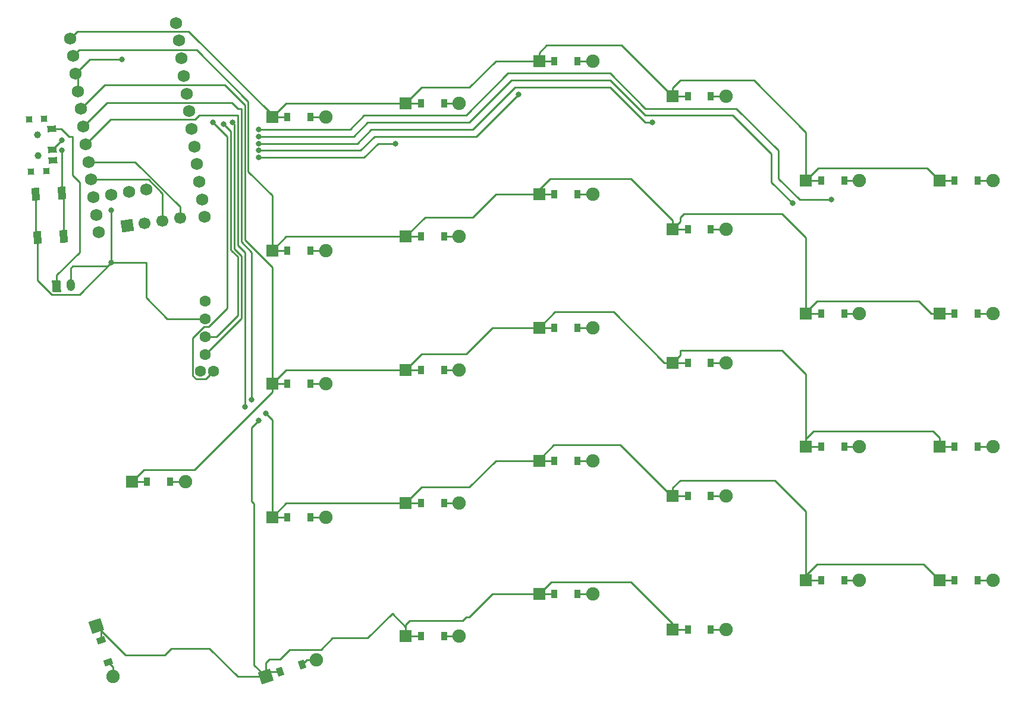
<source format=gbr>
%TF.GenerationSoftware,KiCad,Pcbnew,8.0.8*%
%TF.CreationDate,2025-02-23T20:19:19+00:00*%
%TF.ProjectId,right_final,72696768-745f-4666-996e-616c2e6b6963,v1.0.0*%
%TF.SameCoordinates,Original*%
%TF.FileFunction,Copper,L1,Top*%
%TF.FilePolarity,Positive*%
%FSLAX46Y46*%
G04 Gerber Fmt 4.6, Leading zero omitted, Abs format (unit mm)*
G04 Created by KiCad (PCBNEW 8.0.8) date 2025-02-23 20:19:19*
%MOMM*%
%LPD*%
G01*
G04 APERTURE LIST*
G04 Aperture macros list*
%AMHorizOval*
0 Thick line with rounded ends*
0 $1 width*
0 $2 $3 position (X,Y) of the first rounded end (center of the circle)*
0 $4 $5 position (X,Y) of the second rounded end (center of the circle)*
0 Add line between two ends*
20,1,$1,$2,$3,$4,$5,0*
0 Add two circle primitives to create the rounded ends*
1,1,$1,$2,$3*
1,1,$1,$4,$5*%
%AMRotRect*
0 Rectangle, with rotation*
0 The origin of the aperture is its center*
0 $1 length*
0 $2 width*
0 $3 Rotation angle, in degrees counterclockwise*
0 Add horizontal line*
21,1,$1,$2,0,0,$3*%
G04 Aperture macros list end*
%TA.AperFunction,ComponentPad*%
%ADD10C,1.752600*%
%TD*%
%TA.AperFunction,ComponentPad*%
%ADD11HorizOval,1.700000X0.000000X0.000000X0.000000X0.000000X0*%
%TD*%
%TA.AperFunction,ComponentPad*%
%ADD12RotRect,1.700000X1.700000X188.300000*%
%TD*%
%TA.AperFunction,ComponentPad*%
%ADD13C,1.600000*%
%TD*%
%TA.AperFunction,SMDPad,CuDef*%
%ADD14R,0.900000X1.200000*%
%TD*%
%TA.AperFunction,ComponentPad*%
%ADD15R,1.778000X1.778000*%
%TD*%
%TA.AperFunction,ComponentPad*%
%ADD16C,1.905000*%
%TD*%
%TA.AperFunction,SMDPad,CuDef*%
%ADD17RotRect,0.900000X1.200000X288.000000*%
%TD*%
%TA.AperFunction,ComponentPad*%
%ADD18RotRect,1.778000X1.778000X288.000000*%
%TD*%
%TA.AperFunction,SMDPad,CuDef*%
%ADD19RotRect,0.900000X1.200000X18.000000*%
%TD*%
%TA.AperFunction,ComponentPad*%
%ADD20RotRect,1.778000X1.778000X18.000000*%
%TD*%
%TA.AperFunction,SMDPad,CuDef*%
%ADD21RotRect,1.800000X1.100000X92.500000*%
%TD*%
%TA.AperFunction,WasherPad*%
%ADD22C,1.000000*%
%TD*%
%TA.AperFunction,SMDPad,CuDef*%
%ADD23RotRect,0.900000X1.250000X92.500000*%
%TD*%
%TA.AperFunction,SMDPad,CuDef*%
%ADD24RotRect,0.900000X0.900000X92.500000*%
%TD*%
%TA.AperFunction,ComponentPad*%
%ADD25RotRect,1.200000X1.700000X4.000000*%
%TD*%
%TA.AperFunction,ComponentPad*%
%ADD26HorizOval,1.200000X-0.017439X0.249391X0.017439X-0.249391X0*%
%TD*%
%TA.AperFunction,ViaPad*%
%ADD27C,0.800000*%
%TD*%
%TA.AperFunction,Conductor*%
%ADD28C,0.250000*%
%TD*%
G04 APERTURE END LIST*
D10*
%TO.P,MCU1,1*%
%TO.N,P006*%
X142175468Y-104567865D03*
%TO.P,MCU1,2*%
%TO.N,P008*%
X142542133Y-107081260D03*
%TO.P,MCU1,3*%
%TO.N,GND*%
X142908798Y-109594656D03*
%TO.P,MCU1,4*%
X143275463Y-112108051D03*
%TO.P,MCU1,5*%
%TO.N,P017*%
X143642127Y-114621447D03*
%TO.P,MCU1,6*%
%TO.N,P020*%
X144008792Y-117134842D03*
%TO.P,MCU1,7*%
%TO.N,P022*%
X144375457Y-119648238D03*
%TO.P,MCU1,8*%
%TO.N,P024*%
X144742122Y-122161634D03*
%TO.P,MCU1,9*%
%TO.N,P100*%
X145108786Y-124675029D03*
%TO.P,MCU1,10*%
%TO.N,P011*%
X145475451Y-127188425D03*
%TO.P,MCU1,11*%
%TO.N,P104*%
X145842116Y-129701820D03*
%TO.P,MCU1,12*%
%TO.N,P106*%
X146208781Y-132215217D03*
%TO.P,MCU1,13*%
%TO.N,P009*%
X161289154Y-130015227D03*
%TO.P,MCU1,14*%
%TO.N,P010*%
X160922489Y-127501832D03*
%TO.P,MCU1,15*%
%TO.N,P111*%
X160555824Y-124988436D03*
%TO.P,MCU1,16*%
%TO.N,P113*%
X160189159Y-122475041D03*
%TO.P,MCU1,17*%
%TO.N,P115*%
X159822495Y-119961645D03*
%TO.P,MCU1,18*%
%TO.N,P002*%
X159455830Y-117448250D03*
%TO.P,MCU1,19*%
%TO.N,P029*%
X159089165Y-114934854D03*
%TO.P,MCU1,20*%
%TO.N,P031*%
X158722500Y-112421458D03*
%TO.P,MCU1,21*%
%TO.N,VCC*%
X158355836Y-109908063D03*
%TO.P,MCU1,22*%
%TO.N,RST*%
X157989171Y-107394667D03*
%TO.P,MCU1,23*%
%TO.N,GND*%
X157622506Y-104881272D03*
%TO.P,MCU1,24*%
%TO.N,RAW*%
X157255841Y-102367875D03*
%TO.P,MCU1,31*%
%TO.N,P101*%
X147988847Y-126821760D03*
%TO.P,MCU1,32*%
%TO.N,P102*%
X150502242Y-126455095D03*
%TO.P,MCU1,33*%
%TO.N,P107*%
X153015638Y-126088430D03*
%TD*%
D11*
%TO.P,OLED1,4*%
%TO.N,P024*%
X157806115Y-130189484D03*
%TO.P,OLED1,3*%
%TO.N,P100*%
X155292719Y-130556149D03*
%TO.P,OLED1,2*%
%TO.N,VCC*%
X152779324Y-130922813D03*
D12*
%TO.P,OLED1,1*%
%TO.N,GND*%
X150265928Y-131289478D03*
%TD*%
D13*
%TO.P,ENC1,S1*%
%TO.N,P002*%
X162582311Y-151991546D03*
%TO.P,ENC1,S2*%
%TO.N,S2*%
X160732311Y-151991546D03*
%TO.P,ENC1,A*%
%TO.N,P031*%
X161357311Y-149601546D03*
%TO.P,ENC1,B*%
%TO.N,P029*%
X161357311Y-147061546D03*
%TO.P,ENC1,C*%
%TO.N,GND*%
X161357311Y-144521546D03*
%TO.P,ENC1,D*%
%TO.N,D*%
X161357311Y-141981546D03*
%TD*%
D14*
%TO.P,D27,1*%
%TO.N,P006*%
X173082311Y-115791546D03*
%TO.P,D27,2*%
%TO.N,mirror_inner_num*%
X176382311Y-115791546D03*
D15*
%TO.P,D27,1*%
%TO.N,P006*%
X170922311Y-115791546D03*
D16*
%TO.P,D27,2*%
%TO.N,mirror_inner_num*%
X178542311Y-115791546D03*
%TD*%
D14*
%TO.P,D26,1*%
%TO.N,P008*%
X173082311Y-134791546D03*
%TO.P,D26,2*%
%TO.N,mirror_inner_top*%
X176382311Y-134791546D03*
D15*
%TO.P,D26,1*%
%TO.N,P008*%
X170922311Y-134791546D03*
D16*
%TO.P,D26,2*%
%TO.N,mirror_inner_top*%
X178542311Y-134791546D03*
%TD*%
D14*
%TO.P,D25,1*%
%TO.N,P017*%
X173082311Y-153791546D03*
%TO.P,D25,2*%
%TO.N,mirror_inner_home*%
X176382311Y-153791546D03*
D15*
%TO.P,D25,1*%
%TO.N,P017*%
X170922311Y-153791546D03*
D16*
%TO.P,D25,2*%
%TO.N,mirror_inner_home*%
X178542311Y-153791546D03*
%TD*%
D14*
%TO.P,D24,1*%
%TO.N,P020*%
X173082311Y-172791546D03*
%TO.P,D24,2*%
%TO.N,mirror_inner_bottom*%
X176382311Y-172791546D03*
D15*
%TO.P,D24,1*%
%TO.N,P020*%
X170922311Y-172791546D03*
D16*
%TO.P,D24,2*%
%TO.N,mirror_inner_bottom*%
X178542311Y-172791546D03*
%TD*%
D14*
%TO.P,D28,1*%
%TO.N,P017*%
X153082311Y-167791546D03*
%TO.P,D28,2*%
%TO.N,mirror_inner_mod_home*%
X156382311Y-167791546D03*
D15*
%TO.P,D28,1*%
%TO.N,P017*%
X150922311Y-167791546D03*
D16*
%TO.P,D28,2*%
%TO.N,mirror_inner_mod_home*%
X158542311Y-167791546D03*
%TD*%
D17*
%TO.P,D30,1*%
%TO.N,P022*%
X146537804Y-190360342D03*
%TO.P,D30,2*%
%TO.N,mirror_far_cluster*%
X147557560Y-193498828D03*
D18*
%TO.P,D30,1*%
%TO.N,P022*%
X145870327Y-188306060D03*
D16*
%TO.P,D30,2*%
%TO.N,mirror_far_cluster*%
X148225037Y-195553110D03*
%TD*%
D19*
%TO.P,D29,1*%
%TO.N,P022*%
X172024002Y-194854640D03*
%TO.P,D29,2*%
%TO.N,mirror_home_cluster*%
X175162488Y-193834884D03*
D20*
%TO.P,D29,1*%
%TO.N,P022*%
X169969720Y-195522117D03*
D16*
%TO.P,D29,2*%
%TO.N,mirror_home_cluster*%
X177216770Y-193167407D03*
%TD*%
D14*
%TO.P,D19,1*%
%TO.N,P022*%
X192082311Y-189791546D03*
%TO.P,D19,2*%
%TO.N,mirror_index_mod*%
X195382311Y-189791546D03*
D15*
%TO.P,D19,1*%
%TO.N,P022*%
X189922311Y-189791546D03*
D16*
%TO.P,D19,2*%
%TO.N,mirror_index_mod*%
X197542311Y-189791546D03*
%TD*%
D14*
%TO.P,D20,1*%
%TO.N,P020*%
X192082311Y-170791546D03*
%TO.P,D20,2*%
%TO.N,mirror_index_bottom*%
X195382311Y-170791546D03*
D15*
%TO.P,D20,1*%
%TO.N,P020*%
X189922311Y-170791546D03*
D16*
%TO.P,D20,2*%
%TO.N,mirror_index_bottom*%
X197542311Y-170791546D03*
%TD*%
D14*
%TO.P,D22,1*%
%TO.N,P008*%
X192082311Y-132791546D03*
%TO.P,D22,2*%
%TO.N,mirror_index_top*%
X195382311Y-132791546D03*
D15*
%TO.P,D22,1*%
%TO.N,P008*%
X189922311Y-132791546D03*
D16*
%TO.P,D22,2*%
%TO.N,mirror_index_top*%
X197542311Y-132791546D03*
%TD*%
D14*
%TO.P,D23,1*%
%TO.N,P006*%
X192082311Y-113791546D03*
%TO.P,D23,2*%
%TO.N,mirror_index_num*%
X195382311Y-113791546D03*
D15*
%TO.P,D23,1*%
%TO.N,P006*%
X189922311Y-113791546D03*
D16*
%TO.P,D23,2*%
%TO.N,mirror_index_num*%
X197542311Y-113791546D03*
%TD*%
D14*
%TO.P,D18,1*%
%TO.N,P006*%
X211082311Y-107791546D03*
%TO.P,D18,2*%
%TO.N,mirror_middle_num*%
X214382311Y-107791546D03*
D15*
%TO.P,D18,1*%
%TO.N,P006*%
X208922311Y-107791546D03*
D16*
%TO.P,D18,2*%
%TO.N,mirror_middle_num*%
X216542311Y-107791546D03*
%TD*%
D14*
%TO.P,D17,1*%
%TO.N,P008*%
X211082311Y-126791546D03*
%TO.P,D17,2*%
%TO.N,mirror_middle_top*%
X214382311Y-126791546D03*
D15*
%TO.P,D17,1*%
%TO.N,P008*%
X208922311Y-126791546D03*
D16*
%TO.P,D17,2*%
%TO.N,mirror_middle_top*%
X216542311Y-126791546D03*
%TD*%
D14*
%TO.P,D16,1*%
%TO.N,P017*%
X211082311Y-145791546D03*
%TO.P,D16,2*%
%TO.N,mirror_middle_home*%
X214382311Y-145791546D03*
D15*
%TO.P,D16,1*%
%TO.N,P017*%
X208922311Y-145791546D03*
D16*
%TO.P,D16,2*%
%TO.N,mirror_middle_home*%
X216542311Y-145791546D03*
%TD*%
D14*
%TO.P,D15,1*%
%TO.N,P020*%
X211082311Y-164791546D03*
%TO.P,D15,2*%
%TO.N,mirror_middle_bottom*%
X214382311Y-164791546D03*
D15*
%TO.P,D15,1*%
%TO.N,P020*%
X208922311Y-164791546D03*
D16*
%TO.P,D15,2*%
%TO.N,mirror_middle_bottom*%
X216542311Y-164791546D03*
%TD*%
D14*
%TO.P,D14,1*%
%TO.N,P022*%
X211082311Y-183791546D03*
%TO.P,D14,2*%
%TO.N,mirror_middle_mod*%
X214382311Y-183791546D03*
D15*
%TO.P,D14,1*%
%TO.N,P022*%
X208922311Y-183791546D03*
D16*
%TO.P,D14,2*%
%TO.N,mirror_middle_mod*%
X216542311Y-183791546D03*
%TD*%
D14*
%TO.P,D9,1*%
%TO.N,P022*%
X230082311Y-188791546D03*
%TO.P,D9,2*%
%TO.N,mirror_ring_mod*%
X233382311Y-188791546D03*
D15*
%TO.P,D9,1*%
%TO.N,P022*%
X227922311Y-188791546D03*
D16*
%TO.P,D9,2*%
%TO.N,mirror_ring_mod*%
X235542311Y-188791546D03*
%TD*%
D14*
%TO.P,D10,1*%
%TO.N,P020*%
X230082311Y-169791546D03*
%TO.P,D10,2*%
%TO.N,mirror_ring_bottom*%
X233382311Y-169791546D03*
D15*
%TO.P,D10,1*%
%TO.N,P020*%
X227922311Y-169791546D03*
D16*
%TO.P,D10,2*%
%TO.N,mirror_ring_bottom*%
X235542311Y-169791546D03*
%TD*%
D14*
%TO.P,D11,1*%
%TO.N,P017*%
X230082311Y-150791546D03*
%TO.P,D11,2*%
%TO.N,mirror_ring_home*%
X233382311Y-150791546D03*
D15*
%TO.P,D11,1*%
%TO.N,P017*%
X227922311Y-150791546D03*
D16*
%TO.P,D11,2*%
%TO.N,mirror_ring_home*%
X235542311Y-150791546D03*
%TD*%
D14*
%TO.P,D12,1*%
%TO.N,P008*%
X230082311Y-131791546D03*
%TO.P,D12,2*%
%TO.N,mirror_ring_top*%
X233382311Y-131791546D03*
D15*
%TO.P,D12,1*%
%TO.N,P008*%
X227922311Y-131791546D03*
D16*
%TO.P,D12,2*%
%TO.N,mirror_ring_top*%
X235542311Y-131791546D03*
%TD*%
D14*
%TO.P,D13,1*%
%TO.N,P006*%
X230082311Y-112791546D03*
%TO.P,D13,2*%
%TO.N,mirror_ring_num*%
X233382311Y-112791546D03*
D15*
%TO.P,D13,1*%
%TO.N,P006*%
X227922311Y-112791546D03*
D16*
%TO.P,D13,2*%
%TO.N,mirror_ring_num*%
X235542311Y-112791546D03*
%TD*%
D14*
%TO.P,D8,1*%
%TO.N,P006*%
X249082311Y-124791546D03*
%TO.P,D8,2*%
%TO.N,mirror_pinky_num*%
X252382311Y-124791546D03*
D15*
%TO.P,D8,1*%
%TO.N,P006*%
X246922311Y-124791546D03*
D16*
%TO.P,D8,2*%
%TO.N,mirror_pinky_num*%
X254542311Y-124791546D03*
%TD*%
D14*
%TO.P,D7,1*%
%TO.N,P008*%
X249082311Y-143791546D03*
%TO.P,D7,2*%
%TO.N,mirror_pinky_top*%
X252382311Y-143791546D03*
D15*
%TO.P,D7,1*%
%TO.N,P008*%
X246922311Y-143791546D03*
D16*
%TO.P,D7,2*%
%TO.N,mirror_pinky_top*%
X254542311Y-143791546D03*
%TD*%
D14*
%TO.P,D6,1*%
%TO.N,P017*%
X249082311Y-162791546D03*
%TO.P,D6,2*%
%TO.N,mirror_pinky_home*%
X252382311Y-162791546D03*
D15*
%TO.P,D6,1*%
%TO.N,P017*%
X246922311Y-162791546D03*
D16*
%TO.P,D6,2*%
%TO.N,mirror_pinky_home*%
X254542311Y-162791546D03*
%TD*%
D14*
%TO.P,D5,1*%
%TO.N,P020*%
X249082311Y-181791546D03*
%TO.P,D5,2*%
%TO.N,mirror_pinky_bottom*%
X252382311Y-181791546D03*
D15*
%TO.P,D5,1*%
%TO.N,P020*%
X246922311Y-181791546D03*
D16*
%TO.P,D5,2*%
%TO.N,mirror_pinky_bottom*%
X254542311Y-181791546D03*
%TD*%
D14*
%TO.P,D1,1*%
%TO.N,P020*%
X268082311Y-181791546D03*
%TO.P,D1,2*%
%TO.N,mirror_outer_bottom*%
X271382311Y-181791546D03*
D15*
%TO.P,D1,1*%
%TO.N,P020*%
X265922311Y-181791546D03*
D16*
%TO.P,D1,2*%
%TO.N,mirror_outer_bottom*%
X273542311Y-181791546D03*
%TD*%
D14*
%TO.P,D2,1*%
%TO.N,P017*%
X268082311Y-162791546D03*
%TO.P,D2,2*%
%TO.N,mirror_outer_home*%
X271382311Y-162791546D03*
D15*
%TO.P,D2,1*%
%TO.N,P017*%
X265922311Y-162791546D03*
D16*
%TO.P,D2,2*%
%TO.N,mirror_outer_home*%
X273542311Y-162791546D03*
%TD*%
D14*
%TO.P,D3,1*%
%TO.N,P008*%
X268082311Y-143791546D03*
%TO.P,D3,2*%
%TO.N,mirror_outer_top*%
X271382311Y-143791546D03*
D15*
%TO.P,D3,1*%
%TO.N,P008*%
X265922311Y-143791546D03*
D16*
%TO.P,D3,2*%
%TO.N,mirror_outer_top*%
X273542311Y-143791546D03*
%TD*%
D14*
%TO.P,D4,1*%
%TO.N,P006*%
X268082311Y-124791546D03*
%TO.P,D4,2*%
%TO.N,mirror_outer_num*%
X271382311Y-124791546D03*
D15*
%TO.P,D4,1*%
%TO.N,P006*%
X265922311Y-124791546D03*
D16*
%TO.P,D4,2*%
%TO.N,mirror_outer_num*%
X273542311Y-124791546D03*
%TD*%
D14*
%TO.P,D21,1*%
%TO.N,P017*%
X192082311Y-151791546D03*
%TO.P,D21,2*%
%TO.N,mirror_index_home*%
X195382311Y-151791546D03*
D15*
%TO.P,D21,1*%
%TO.N,P017*%
X189922311Y-151791546D03*
D16*
%TO.P,D21,2*%
%TO.N,mirror_index_home*%
X197542311Y-151791546D03*
%TD*%
D21*
%TO.P,B1,1*%
%TO.N,GND*%
X137519292Y-132969291D03*
X137248852Y-126775192D03*
%TO.P,B1,2*%
%TO.N,RST*%
X141215770Y-132807900D03*
X140945330Y-126613801D03*
%TD*%
D22*
%TO.P,T1,*%
%TO.N,*%
X137466882Y-118292974D03*
X137597740Y-121290118D03*
D23*
%TO.P,T1,1*%
%TO.N,pos*%
X139507192Y-117453177D03*
%TO.P,T1,2*%
%TO.N,RAW*%
X139638051Y-120450322D03*
%TO.P,T1,3*%
%TO.N,N/C*%
X139703480Y-121948894D03*
D24*
%TO.P,T1,*%
%TO.N,*%
X136271966Y-116143049D03*
X138469872Y-116047086D03*
X138792656Y-123440043D03*
X136594750Y-123536006D03*
%TD*%
D25*
%TO.P,JST1,1*%
%TO.N,pos*%
X140234747Y-139861302D03*
D26*
%TO.P,JST1,2*%
%TO.N,GND*%
X142229875Y-139721790D03*
%TD*%
D27*
%TO.N,RST*%
X141007311Y-120541546D03*
%TO.N,RAW*%
X141007311Y-119041546D03*
%TO.N,P002*%
X162507311Y-116541546D03*
%TO.N,P029*%
X164007311Y-116816546D03*
%TO.N,P031*%
X165282311Y-116541546D03*
%TO.N,GND*%
X148007311Y-136541546D03*
X148007311Y-129041546D03*
X149507311Y-107541546D03*
%TO.N,P022*%
X167007311Y-157041546D03*
X169007311Y-159041546D03*
%TO.N,P020*%
X170007311Y-158041546D03*
X168007311Y-156041546D03*
%TO.N,P115*%
X169007311Y-117541546D03*
%TO.N,P113*%
X169007311Y-118541546D03*
%TO.N,P111*%
X169007311Y-119541546D03*
%TO.N,P010*%
X169007311Y-120541546D03*
%TO.N,P009*%
X169007311Y-121541546D03*
X188507311Y-119541546D03*
%TO.N,P010*%
X206007311Y-112541546D03*
%TO.N,P111*%
X225007311Y-116541546D03*
%TO.N,P113*%
X245007311Y-128041546D03*
%TO.N,P115*%
X250507311Y-127541546D03*
%TD*%
D28*
%TO.N,GND*%
X143472772Y-141076085D02*
X148007311Y-136541546D01*
X139560882Y-141076085D02*
X143472772Y-141076085D01*
X137519292Y-132969291D02*
X137519292Y-139034495D01*
X137519292Y-139034495D02*
X139560882Y-141076085D01*
%TO.N,RST*%
X140945330Y-120603527D02*
X141007311Y-120541546D01*
X140945330Y-126613801D02*
X140945330Y-120603527D01*
%TO.N,RAW*%
X139638051Y-120410806D02*
X141007311Y-119041546D01*
X139638051Y-120450322D02*
X139638051Y-120410806D01*
%TO.N,pos*%
X142507311Y-118541546D02*
X142007311Y-118541546D01*
X142007311Y-118541546D02*
X140918942Y-117453177D01*
X142507311Y-124041546D02*
X142507311Y-118541546D01*
X140918942Y-117453177D02*
X139507192Y-117453177D01*
X143507311Y-135041546D02*
X143507311Y-125041546D01*
X143507311Y-125041546D02*
X142507311Y-124041546D01*
X140234747Y-138314110D02*
X143507311Y-135041546D01*
X140234747Y-139861302D02*
X140234747Y-138314110D01*
%TO.N,GND*%
X137248852Y-132698851D02*
X137519292Y-132969291D01*
X137248852Y-126775192D02*
X137248852Y-132698851D01*
%TO.N,RST*%
X141215770Y-126884241D02*
X140945330Y-126613801D01*
X141215770Y-132807900D02*
X141215770Y-126884241D01*
%TO.N,P002*%
X164507311Y-118541546D02*
X162507311Y-116541546D01*
X164507311Y-143041546D02*
X164507311Y-118541546D01*
X161181320Y-145646546D02*
X161902311Y-145646546D01*
X159607311Y-152641546D02*
X159607311Y-147220555D01*
X160082311Y-153116546D02*
X159607311Y-152641546D01*
X159607311Y-147220555D02*
X161181320Y-145646546D01*
X161457311Y-153116546D02*
X160082311Y-153116546D01*
X162582311Y-151991546D02*
X161457311Y-153116546D01*
X161902311Y-145646546D02*
X164507311Y-143041546D01*
%TO.N,P029*%
X165007311Y-134541546D02*
X165007311Y-117816546D01*
X165007311Y-134677942D02*
X165007311Y-134541546D01*
X166007311Y-135677942D02*
X165189113Y-134859744D01*
X166007311Y-144041546D02*
X166007311Y-135677942D01*
X162987311Y-147061546D02*
X166007311Y-144041546D01*
X165007311Y-117816546D02*
X164007311Y-116816546D01*
X161357311Y-147061546D02*
X162987311Y-147061546D01*
X165189113Y-134859744D02*
X165007311Y-134677942D01*
%TO.N,P031*%
X165507311Y-116766546D02*
X165282311Y-116541546D01*
X166507311Y-135541546D02*
X165507311Y-134541546D01*
X165507311Y-134541546D02*
X165507311Y-116766546D01*
X166507311Y-144451546D02*
X166507311Y-135541546D01*
X161357311Y-149601546D02*
X166507311Y-144451546D01*
%TO.N,GND*%
X153007311Y-141541546D02*
X153007311Y-136541546D01*
X155987311Y-144521546D02*
X153007311Y-141541546D01*
X161357311Y-144521546D02*
X155987311Y-144521546D01*
X153007311Y-136541546D02*
X148007311Y-136541546D01*
X142507311Y-137041546D02*
X147507311Y-137041546D01*
X142229875Y-137318982D02*
X142507311Y-137041546D01*
X142229875Y-139721790D02*
X142229875Y-137318982D01*
X147507311Y-137041546D02*
X148007311Y-136541546D01*
X148007311Y-135541546D02*
X148007311Y-136541546D01*
%TO.N,P024*%
X151424133Y-122161634D02*
X144742122Y-122161634D01*
X157806115Y-130189484D02*
X157806115Y-128543616D01*
X157806115Y-128543616D02*
X151424133Y-122161634D01*
%TO.N,P100*%
X153301132Y-124675029D02*
X145108786Y-124675029D01*
X155292719Y-126666616D02*
X153301132Y-124675029D01*
X155292719Y-130556149D02*
X155292719Y-126666616D01*
%TO.N,GND*%
X148007311Y-129041546D02*
X148007311Y-135541546D01*
X145507311Y-107541546D02*
X149507311Y-107541546D01*
X144961908Y-107541546D02*
X145507311Y-107541546D01*
X142908798Y-109594656D02*
X144961908Y-107541546D01*
X143275463Y-109961321D02*
X142908798Y-109594656D01*
X143275463Y-112108051D02*
X143275463Y-109961321D01*
%TO.N,P022*%
X160507311Y-115541546D02*
X159912703Y-116136154D01*
X166007311Y-115541546D02*
X160507311Y-115541546D01*
X166007311Y-134041546D02*
X166007311Y-115541546D01*
X167007311Y-135041546D02*
X166007311Y-134041546D01*
X167007311Y-157041546D02*
X167007311Y-135041546D01*
X147887541Y-116136154D02*
X144375457Y-119648238D01*
X159912703Y-116136154D02*
X147887541Y-116136154D01*
X168006411Y-160042446D02*
X169007311Y-159041546D01*
X168334509Y-170868744D02*
X168007311Y-170541546D01*
X168006411Y-170540646D02*
X168006411Y-160042446D01*
X168334509Y-193886906D02*
X168334509Y-170868744D01*
X168007311Y-170541546D02*
X168006411Y-170540646D01*
X169969720Y-195522117D02*
X168334509Y-193886906D01*
%TO.N,P020*%
X166007311Y-114541546D02*
X165199319Y-113733554D01*
X166507311Y-114541546D02*
X166007311Y-114541546D01*
X166507311Y-133541546D02*
X166507311Y-114541546D01*
X168006411Y-135042446D02*
X168007311Y-135041546D01*
X168006411Y-156040646D02*
X168006411Y-135042446D01*
X168007311Y-156041546D02*
X168006411Y-156040646D01*
X147410080Y-113733554D02*
X144008792Y-117134842D01*
X170922311Y-158956546D02*
X170007311Y-158041546D01*
X168007311Y-135041546D02*
X166507311Y-133541546D01*
X170922311Y-172791546D02*
X170922311Y-158956546D01*
X165199319Y-113733554D02*
X147410080Y-113733554D01*
%TO.N,P017*%
X147043416Y-111220158D02*
X143642127Y-114621447D01*
X167007311Y-114041546D02*
X164185923Y-111220158D01*
X167007311Y-133304546D02*
X167007311Y-114041546D01*
X170922311Y-137219546D02*
X167007311Y-133304546D01*
X170922311Y-153791546D02*
X170922311Y-137219546D01*
X164185923Y-111220158D02*
X147043416Y-111220158D01*
%TO.N,P008*%
X160159132Y-106193367D02*
X143430026Y-106193367D01*
X143430026Y-106193367D02*
X142542133Y-107081260D01*
X167507311Y-113541546D02*
X160159132Y-106193367D01*
X167507311Y-123541546D02*
X167507311Y-113541546D01*
X170922311Y-134791546D02*
X170922311Y-126956546D01*
X170922311Y-126956546D02*
X167507311Y-123541546D01*
%TO.N,P006*%
X143174157Y-103569176D02*
X142175468Y-104567865D01*
X159007311Y-103541546D02*
X158979681Y-103569176D01*
X158979681Y-103569176D02*
X143174157Y-103569176D01*
X170922311Y-115456546D02*
X159007311Y-103541546D01*
X170922311Y-115791546D02*
X170922311Y-115456546D01*
%TO.N,P115*%
X170007311Y-117541546D02*
X169007311Y-117541546D01*
%TO.N,P113*%
X170007311Y-118541546D02*
X169007311Y-118541546D01*
%TO.N,P111*%
X170007311Y-119541546D02*
X169007311Y-119541546D01*
%TO.N,P010*%
X170007311Y-120541546D02*
X169007311Y-120541546D01*
%TO.N,P009*%
X170007311Y-121541546D02*
X169007311Y-121541546D01*
%TO.N,P115*%
X182007311Y-117541546D02*
X170007311Y-117541546D01*
X184007311Y-115541546D02*
X182007311Y-117541546D01*
X188507311Y-115541546D02*
X184007311Y-115541546D01*
%TO.N,P113*%
X182507311Y-118541546D02*
X170007311Y-118541546D01*
X184507311Y-116541546D02*
X182507311Y-118541546D01*
X188507311Y-116541546D02*
X184507311Y-116541546D01*
%TO.N,P111*%
X183007311Y-119541546D02*
X170007311Y-119541546D01*
X185007311Y-117541546D02*
X183007311Y-119541546D01*
X188507311Y-117541546D02*
X185007311Y-117541546D01*
%TO.N,P010*%
X183507311Y-120541546D02*
X170007311Y-120541546D01*
X185507311Y-118541546D02*
X183507311Y-120541546D01*
X188507311Y-118541546D02*
X185507311Y-118541546D01*
%TO.N,P009*%
X184007311Y-121541546D02*
X170007311Y-121541546D01*
X186007311Y-119541546D02*
X184007311Y-121541546D01*
X188507311Y-119541546D02*
X186007311Y-119541546D01*
%TO.N,P115*%
X197007311Y-115541546D02*
X188507311Y-115541546D01*
%TO.N,P113*%
X197007311Y-116541546D02*
X188507311Y-116541546D01*
%TO.N,P111*%
X197007311Y-117541546D02*
X188507311Y-117541546D01*
%TO.N,P010*%
X197007311Y-118541546D02*
X188507311Y-118541546D01*
%TO.N,P115*%
X198507311Y-115541546D02*
X197007311Y-115541546D01*
X204507311Y-109541546D02*
X198507311Y-115541546D01*
X206007311Y-109541546D02*
X204507311Y-109541546D01*
%TO.N,P113*%
X199007311Y-116541546D02*
X197007311Y-116541546D01*
X206007311Y-110541546D02*
X205007311Y-110541546D01*
X205007311Y-110541546D02*
X199007311Y-116541546D01*
%TO.N,P111*%
X199507311Y-117541546D02*
X197007311Y-117541546D01*
X205507311Y-111541546D02*
X199507311Y-117541546D01*
X206007311Y-111541546D02*
X205507311Y-111541546D01*
%TO.N,P010*%
X200007311Y-118541546D02*
X197007311Y-118541546D01*
X206007311Y-112541546D02*
X200007311Y-118541546D01*
%TO.N,P111*%
X219007311Y-111541546D02*
X206007311Y-111541546D01*
X224007311Y-116541546D02*
X219007311Y-111541546D01*
%TO.N,P113*%
X209507311Y-110541546D02*
X206007311Y-110541546D01*
X219007311Y-110541546D02*
X209507311Y-110541546D01*
X224007311Y-115541546D02*
X219007311Y-110541546D01*
%TO.N,P115*%
X219007311Y-109541546D02*
X206007311Y-109541546D01*
X224007311Y-114541546D02*
X219007311Y-109541546D01*
X225007311Y-114541546D02*
X224007311Y-114541546D01*
%TO.N,P113*%
X225007311Y-115541546D02*
X224007311Y-115541546D01*
%TO.N,P111*%
X225007311Y-116541546D02*
X224007311Y-116541546D01*
%TO.N,P113*%
X227507311Y-115541546D02*
X225007311Y-115541546D01*
X236507311Y-115541546D02*
X227507311Y-115541546D01*
X242007311Y-121041546D02*
X236507311Y-115541546D01*
X245007311Y-128041546D02*
X242007311Y-125041546D01*
X242007311Y-125041546D02*
X242007311Y-121041546D01*
%TO.N,P115*%
X237007311Y-114541546D02*
X225007311Y-114541546D01*
X243007311Y-120541546D02*
X237007311Y-114541546D01*
X246007311Y-127541546D02*
X243007311Y-124541546D01*
X250507311Y-127541546D02*
X246007311Y-127541546D01*
X243007311Y-124541546D02*
X243007311Y-120541546D01*
%TO.N,P017*%
X152672311Y-166041546D02*
X150922311Y-167791546D01*
X159811311Y-166041546D02*
X152672311Y-166041546D01*
X170922311Y-154930546D02*
X159811311Y-166041546D01*
X170922311Y-153791546D02*
X170922311Y-154930546D01*
X153082311Y-167791546D02*
X150922311Y-167791546D01*
%TO.N,mirror_inner_mod_home*%
X158542311Y-167791546D02*
X156382311Y-167791546D01*
%TO.N,P006*%
X189922311Y-113791546D02*
X172922311Y-113791546D01*
X172922311Y-113791546D02*
X170922311Y-115791546D01*
X173082311Y-115791546D02*
X170922311Y-115791546D01*
%TO.N,mirror_inner_num*%
X178542311Y-115791546D02*
X176382311Y-115791546D01*
%TO.N,P008*%
X173082311Y-134791546D02*
X170922311Y-134791546D01*
%TO.N,mirror_inner_top*%
X178542311Y-134791546D02*
X176382311Y-134791546D01*
%TO.N,P008*%
X189922311Y-132791546D02*
X172922311Y-132791546D01*
X172922311Y-132791546D02*
X170922311Y-134791546D01*
%TO.N,P017*%
X173082311Y-153791546D02*
X170922311Y-153791546D01*
%TO.N,mirror_inner_home*%
X178542311Y-153791546D02*
X176382311Y-153791546D01*
%TO.N,P017*%
X172922311Y-151791546D02*
X170922311Y-153791546D01*
X189922311Y-151791546D02*
X172922311Y-151791546D01*
%TO.N,P020*%
X172922311Y-170791546D02*
X170922311Y-172791546D01*
X189922311Y-170791546D02*
X172922311Y-170791546D01*
X173082311Y-172791546D02*
X170922311Y-172791546D01*
%TO.N,mirror_inner_bottom*%
X178542311Y-172791546D02*
X176382311Y-172791546D01*
%TO.N,P022*%
X165987882Y-195522117D02*
X169969720Y-195522117D01*
X162007311Y-191541546D02*
X165987882Y-195522117D01*
X156507311Y-191541546D02*
X162007311Y-191541546D01*
X155574858Y-192473999D02*
X156507311Y-191541546D01*
X150038266Y-192473999D02*
X155574858Y-192473999D01*
X145870327Y-188306060D02*
X150038266Y-192473999D01*
X146537804Y-190360342D02*
X146537804Y-188973537D01*
X146537804Y-188973537D02*
X145870327Y-188306060D01*
%TO.N,mirror_far_cluster*%
X148225037Y-194166305D02*
X147557560Y-193498828D01*
X148225037Y-195553110D02*
X148225037Y-194166305D01*
%TO.N,P022*%
X170637197Y-194854640D02*
X169969720Y-195522117D01*
X172024002Y-194854640D02*
X170637197Y-194854640D01*
%TO.N,mirror_home_cluster*%
X175829965Y-193167407D02*
X175162488Y-193834884D01*
X177216770Y-193167407D02*
X175829965Y-193167407D01*
%TO.N,P022*%
X169969720Y-193579137D02*
X169969720Y-195522117D01*
X170507311Y-193041546D02*
X169969720Y-193579137D01*
X172007311Y-193041546D02*
X170507311Y-193041546D01*
X173369878Y-191678979D02*
X172007311Y-193041546D01*
X177869878Y-191678979D02*
X173369878Y-191678979D01*
X179507311Y-190041546D02*
X177869878Y-191678979D01*
X184507311Y-190041546D02*
X179507311Y-190041546D01*
X188007311Y-186541546D02*
X184507311Y-190041546D01*
X189922311Y-188456546D02*
X188007311Y-186541546D01*
X189922311Y-189791546D02*
X189922311Y-188456546D01*
X192082311Y-189791546D02*
X189922311Y-189791546D01*
%TO.N,mirror_index_mod*%
X197542311Y-189791546D02*
X195382311Y-189791546D01*
%TO.N,P022*%
X198007311Y-187541546D02*
X190507311Y-187541546D01*
X190507311Y-187541546D02*
X189922311Y-188126546D01*
X198507311Y-187041546D02*
X198007311Y-187541546D01*
X199007311Y-187041546D02*
X198507311Y-187041546D01*
X189922311Y-188126546D02*
X189922311Y-189791546D01*
X202257311Y-183791546D02*
X199007311Y-187041546D01*
X208922311Y-183791546D02*
X202257311Y-183791546D01*
%TO.N,P020*%
X192082311Y-170791546D02*
X189922311Y-170791546D01*
%TO.N,mirror_index_bottom*%
X197542311Y-170791546D02*
X195382311Y-170791546D01*
%TO.N,P020*%
X192172311Y-168541546D02*
X189922311Y-170791546D01*
X199007311Y-168541546D02*
X192172311Y-168541546D01*
X202757311Y-164791546D02*
X199007311Y-168541546D01*
X208922311Y-164791546D02*
X202757311Y-164791546D01*
%TO.N,P017*%
X192082311Y-151791546D02*
X189922311Y-151791546D01*
%TO.N,mirror_index_home*%
X197542311Y-151791546D02*
X195382311Y-151791546D01*
%TO.N,P017*%
X192172311Y-149541546D02*
X189922311Y-151791546D01*
X198507311Y-149541546D02*
X192172311Y-149541546D01*
X202257311Y-145791546D02*
X198507311Y-149541546D01*
X208922311Y-145791546D02*
X202257311Y-145791546D01*
%TO.N,P008*%
X192672311Y-130041546D02*
X189922311Y-132791546D01*
X199507311Y-130041546D02*
X192672311Y-130041546D01*
X202757311Y-126791546D02*
X199507311Y-130041546D01*
X208922311Y-126791546D02*
X202757311Y-126791546D01*
X192082311Y-132791546D02*
X189922311Y-132791546D01*
%TO.N,mirror_index_top*%
X197542311Y-132791546D02*
X195382311Y-132791546D01*
%TO.N,P006*%
X192082311Y-113791546D02*
X189922311Y-113791546D01*
%TO.N,mirror_index_num*%
X197542311Y-113791546D02*
X195382311Y-113791546D01*
%TO.N,P006*%
X199007311Y-111541546D02*
X192172311Y-111541546D01*
X192172311Y-111541546D02*
X189922311Y-113791546D01*
X202757311Y-107791546D02*
X199007311Y-111541546D01*
X208922311Y-107791546D02*
X202757311Y-107791546D01*
X211082311Y-107791546D02*
X208922311Y-107791546D01*
%TO.N,mirror_middle_num*%
X216542311Y-107791546D02*
X214382311Y-107791546D01*
%TO.N,P006*%
X210007311Y-105541546D02*
X208922311Y-106626546D01*
X220672311Y-105541546D02*
X210007311Y-105541546D01*
X227922311Y-112791546D02*
X220672311Y-105541546D01*
X208922311Y-106626546D02*
X208922311Y-107791546D01*
%TO.N,P008*%
X211082311Y-126791546D02*
X208922311Y-126791546D01*
%TO.N,mirror_middle_top*%
X216542311Y-126791546D02*
X214382311Y-126791546D01*
%TO.N,P008*%
X208922311Y-126126546D02*
X208922311Y-126791546D01*
X210507311Y-124541546D02*
X208922311Y-126126546D01*
X222007311Y-124541546D02*
X210507311Y-124541546D01*
X227922311Y-130456546D02*
X222007311Y-124541546D01*
X227922311Y-131791546D02*
X227922311Y-130456546D01*
%TO.N,P017*%
X211082311Y-145791546D02*
X208922311Y-145791546D01*
%TO.N,mirror_middle_home*%
X216542311Y-145791546D02*
X214382311Y-145791546D01*
%TO.N,P017*%
X219507311Y-143541546D02*
X211172311Y-143541546D01*
X211172311Y-143541546D02*
X208922311Y-145791546D01*
X226757311Y-150791546D02*
X219507311Y-143541546D01*
X227922311Y-150791546D02*
X226757311Y-150791546D01*
%TO.N,P020*%
X208922311Y-164626546D02*
X208922311Y-164791546D01*
X220507311Y-162541546D02*
X211007311Y-162541546D01*
X227757311Y-169791546D02*
X220507311Y-162541546D01*
X211007311Y-162541546D02*
X208922311Y-164626546D01*
X227922311Y-169791546D02*
X227757311Y-169791546D01*
X211082311Y-164791546D02*
X208922311Y-164791546D01*
%TO.N,mirror_middle_bottom*%
X216542311Y-164791546D02*
X214382311Y-164791546D01*
%TO.N,P022*%
X211082311Y-183791546D02*
X208922311Y-183791546D01*
%TO.N,mirror_middle_mod*%
X216542311Y-183791546D02*
X214382311Y-183791546D01*
%TO.N,P022*%
X210672311Y-182041546D02*
X208922311Y-183791546D01*
X222007311Y-182041546D02*
X210672311Y-182041546D01*
X227922311Y-187956546D02*
X222007311Y-182041546D01*
X227922311Y-188791546D02*
X227922311Y-187956546D01*
X230082311Y-188791546D02*
X227922311Y-188791546D01*
%TO.N,mirror_ring_mod*%
X235542311Y-188791546D02*
X233382311Y-188791546D01*
%TO.N,P020*%
X227922311Y-168626546D02*
X227922311Y-169791546D01*
X229007311Y-167541546D02*
X227922311Y-168626546D01*
X242507311Y-167541546D02*
X229007311Y-167541546D01*
X246922311Y-171956546D02*
X242507311Y-167541546D01*
X246922311Y-181791546D02*
X246922311Y-171956546D01*
X230082311Y-169791546D02*
X227922311Y-169791546D01*
%TO.N,mirror_ring_bottom*%
X235542311Y-169791546D02*
X233382311Y-169791546D01*
%TO.N,P017*%
X230082311Y-150791546D02*
X227922311Y-150791546D01*
%TO.N,mirror_ring_home*%
X235542311Y-150791546D02*
X233382311Y-150791546D01*
%TO.N,P017*%
X229007311Y-149706546D02*
X227922311Y-150791546D01*
X229007311Y-149041546D02*
X229007311Y-149706546D01*
X243507311Y-149041546D02*
X229007311Y-149041546D01*
X246922311Y-152456546D02*
X243507311Y-149041546D01*
X246922311Y-162791546D02*
X246922311Y-152456546D01*
%TO.N,P008*%
X229007311Y-130706546D02*
X227922311Y-131791546D01*
X229507311Y-129541546D02*
X229007311Y-130041546D01*
X243507311Y-129541546D02*
X229507311Y-129541546D01*
X246922311Y-132956546D02*
X243507311Y-129541546D01*
X246922311Y-143791546D02*
X246922311Y-132956546D01*
X229007311Y-130041546D02*
X229007311Y-130706546D01*
X230082311Y-131791546D02*
X227922311Y-131791546D01*
%TO.N,mirror_ring_top*%
X235542311Y-131791546D02*
X233382311Y-131791546D01*
%TO.N,P006*%
X230082311Y-112791546D02*
X227922311Y-112791546D01*
%TO.N,mirror_ring_num*%
X235542311Y-112791546D02*
X233382311Y-112791546D01*
%TO.N,P006*%
X227922311Y-111626546D02*
X227922311Y-112791546D01*
X229007311Y-110541546D02*
X227922311Y-111626546D01*
X239507311Y-110541546D02*
X229007311Y-110541546D01*
X246922311Y-117956546D02*
X239507311Y-110541546D01*
X246922311Y-124791546D02*
X246922311Y-117956546D01*
X249082311Y-124791546D02*
X246922311Y-124791546D01*
%TO.N,mirror_pinky_num*%
X254542311Y-124791546D02*
X252382311Y-124791546D01*
%TO.N,P006*%
X264172311Y-123041546D02*
X248672311Y-123041546D01*
X248672311Y-123041546D02*
X246922311Y-124791546D01*
X265922311Y-124791546D02*
X264172311Y-123041546D01*
X268082311Y-124791546D02*
X265922311Y-124791546D01*
%TO.N,mirror_outer_num*%
X273542311Y-124791546D02*
X271382311Y-124791546D01*
%TO.N,P008*%
X248507311Y-142041546D02*
X246922311Y-143626546D01*
X263007311Y-142041546D02*
X248507311Y-142041546D01*
X264757311Y-143791546D02*
X263007311Y-142041546D01*
X265922311Y-143791546D02*
X264757311Y-143791546D01*
X246922311Y-143626546D02*
X246922311Y-143791546D01*
X249082311Y-143791546D02*
X246922311Y-143791546D01*
%TO.N,mirror_pinky_top*%
X254542311Y-143791546D02*
X252382311Y-143791546D01*
%TO.N,P008*%
X268082311Y-143791546D02*
X265922311Y-143791546D01*
%TO.N,mirror_outer_top*%
X273542311Y-143791546D02*
X271382311Y-143791546D01*
%TO.N,P017*%
X249082311Y-162791546D02*
X246922311Y-162791546D01*
%TO.N,mirror_pinky_home*%
X254542311Y-162791546D02*
X252382311Y-162791546D01*
%TO.N,P017*%
X246922311Y-161626546D02*
X246922311Y-162791546D01*
X248007311Y-160541546D02*
X246922311Y-161626546D01*
X265007311Y-160541546D02*
X248007311Y-160541546D01*
X265922311Y-161456546D02*
X265007311Y-160541546D01*
X265922311Y-162791546D02*
X265922311Y-161456546D01*
X268082311Y-162791546D02*
X265922311Y-162791546D01*
%TO.N,mirror_outer_home*%
X273542311Y-162791546D02*
X271382311Y-162791546D01*
%TO.N,P020*%
X249082311Y-181791546D02*
X246922311Y-181791546D01*
%TO.N,mirror_pinky_bottom*%
X254542311Y-181791546D02*
X252382311Y-181791546D01*
%TO.N,P020*%
X246922311Y-181126546D02*
X246922311Y-181791546D01*
X248507311Y-179541546D02*
X246922311Y-181126546D01*
X263672311Y-179541546D02*
X248507311Y-179541546D01*
X265922311Y-181791546D02*
X263672311Y-179541546D01*
X268082311Y-181791546D02*
X265922311Y-181791546D01*
%TO.N,mirror_outer_bottom*%
X273542311Y-181791546D02*
X271382311Y-181791546D01*
%TD*%
M02*

</source>
